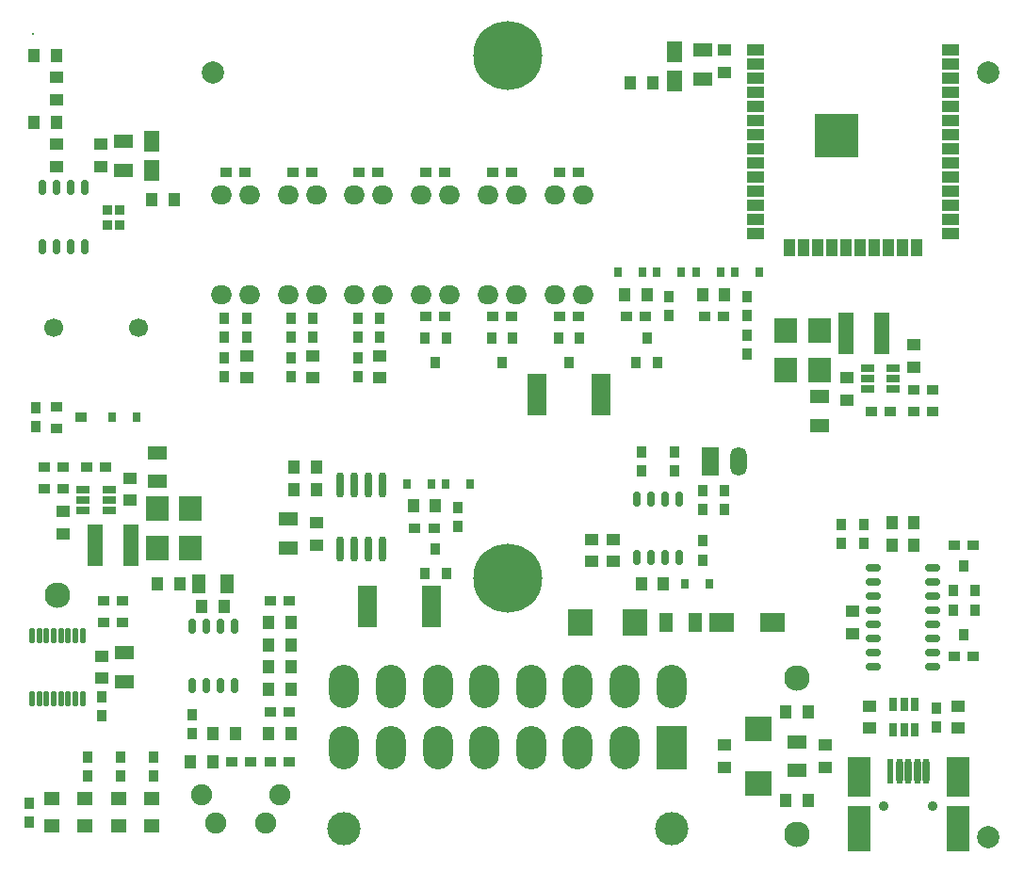
<source format=gts>
G04*
G04 #@! TF.GenerationSoftware,Altium Limited,Altium Designer,22.10.1 (41)*
G04*
G04 Layer_Color=8388736*
%FSLAX25Y25*%
%MOIN*%
G70*
G04*
G04 #@! TF.SameCoordinates,26C55208-6D98-4306-9539-90E50C8D8735*
G04*
G04*
G04 #@! TF.FilePolarity,Negative*
G04*
G01*
G75*
%ADD47R,0.03543X0.03937*%
%ADD48O,0.02756X0.09055*%
%ADD49R,0.08268X0.16142*%
%ADD50R,0.08268X0.14173*%
%ADD51R,0.02362X0.09055*%
%ADD52O,0.02362X0.09055*%
%ADD53R,0.02953X0.03740*%
%ADD54R,0.04331X0.05118*%
%ADD55R,0.05118X0.04331*%
%ADD56R,0.06890X0.05118*%
%ADD57C,0.07874*%
%ADD58R,0.03937X0.03543*%
%ADD59R,0.03543X0.04331*%
%ADD60O,0.05512X0.02756*%
%ADD61R,0.02756X0.05118*%
%ADD62R,0.09291X0.08898*%
%ADD63O,0.02756X0.05512*%
%ADD64R,0.08898X0.09291*%
%ADD65R,0.05118X0.06890*%
%ADD66R,0.09055X0.07087*%
%ADD67R,0.05118X0.02756*%
%ADD68R,0.08268X0.09055*%
%ADD69R,0.05512X0.14961*%
%ADD70R,0.04331X0.03543*%
%ADD71R,0.05315X0.04724*%
%ADD72R,0.06890X0.14882*%
%ADD73O,0.01968X0.05709*%
%ADD74R,0.06299X0.03937*%
%ADD75R,0.03937X0.06299*%
%ADD76R,0.15367X0.15367*%
%ADD77R,0.05315X0.07480*%
%ADD78O,0.07480X0.06693*%
%ADD79R,0.03347X0.03740*%
%ADD80C,0.03543*%
%ADD81C,0.09055*%
%ADD82C,0.24410*%
%ADD83C,0.01181*%
%ADD84C,0.11811*%
%ADD85O,0.10630X0.15354*%
%ADD86R,0.10630X0.15354*%
%ADD87O,0.05906X0.10236*%
%ADD88R,0.05906X0.10236*%
%ADD89C,0.06693*%
%ADD90C,0.07480*%
D47*
X10236Y151969D02*
D03*
Y158661D02*
D03*
X51968Y28543D02*
D03*
Y35236D02*
D03*
X159449Y123425D02*
D03*
Y116732D02*
D03*
X261811Y191535D02*
D03*
Y198228D02*
D03*
X234252D02*
D03*
Y191535D02*
D03*
X328740Y45866D02*
D03*
Y52559D02*
D03*
X253937Y122638D02*
D03*
Y129331D02*
D03*
X246063D02*
D03*
Y122638D02*
D03*
X236221Y136417D02*
D03*
Y143110D02*
D03*
X224410Y136417D02*
D03*
Y143110D02*
D03*
X246063Y111614D02*
D03*
Y104921D02*
D03*
X65335Y50000D02*
D03*
Y43307D02*
D03*
X7874Y18898D02*
D03*
Y12205D02*
D03*
X28346Y28543D02*
D03*
Y35236D02*
D03*
X40157Y28543D02*
D03*
Y35236D02*
D03*
X33465Y49803D02*
D03*
Y56496D02*
D03*
X131890Y190354D02*
D03*
Y183661D02*
D03*
X124016Y190354D02*
D03*
Y183661D02*
D03*
X108268Y190354D02*
D03*
Y183661D02*
D03*
X100394Y190354D02*
D03*
Y183661D02*
D03*
X124016Y176575D02*
D03*
Y169882D02*
D03*
X100394Y176575D02*
D03*
Y169882D02*
D03*
X303150Y117520D02*
D03*
Y110827D02*
D03*
X295276Y117520D02*
D03*
Y110827D02*
D03*
X261811Y184449D02*
D03*
Y177756D02*
D03*
X76772Y169882D02*
D03*
Y176575D02*
D03*
X84646Y183661D02*
D03*
Y190354D02*
D03*
X76772Y183661D02*
D03*
Y190354D02*
D03*
D48*
X132697Y131378D02*
D03*
X127697D02*
D03*
X122697D02*
D03*
X117697D02*
D03*
X132697Y108780D02*
D03*
X127697D02*
D03*
X122697D02*
D03*
X117697D02*
D03*
D49*
X336417Y9843D02*
D03*
X301378D02*
D03*
D50*
X336417Y28150D02*
D03*
X301378D02*
D03*
D51*
X312598Y30118D02*
D03*
D52*
X315748D02*
D03*
X318898D02*
D03*
X322047D02*
D03*
X325197D02*
D03*
D53*
X248425Y96457D02*
D03*
X239764D02*
D03*
X257480Y206693D02*
D03*
X266142D02*
D03*
X238583D02*
D03*
X229921D02*
D03*
X243701D02*
D03*
X252362D02*
D03*
X224803Y206693D02*
D03*
X216142D02*
D03*
X155118Y131890D02*
D03*
X163779D02*
D03*
X150000Y131890D02*
D03*
X141339D02*
D03*
X37008Y155315D02*
D03*
X45669D02*
D03*
D54*
X101575Y137795D02*
D03*
X109449D02*
D03*
Y129921D02*
D03*
X101575D02*
D03*
X151575Y124016D02*
D03*
X143701D02*
D03*
X226378Y198819D02*
D03*
X218504D02*
D03*
X246063D02*
D03*
X253937D02*
D03*
X320866Y110236D02*
D03*
X312992D02*
D03*
X275590Y19685D02*
D03*
X283465D02*
D03*
X224410Y96457D02*
D03*
X232283D02*
D03*
X68898Y88583D02*
D03*
X76772D02*
D03*
X283465Y51181D02*
D03*
X275590D02*
D03*
X92520Y59055D02*
D03*
X100394D02*
D03*
X92520Y66929D02*
D03*
X100394D02*
D03*
X92520Y74803D02*
D03*
X100394D02*
D03*
Y82677D02*
D03*
X92520D02*
D03*
X100394Y43307D02*
D03*
X92520D02*
D03*
X61024Y96457D02*
D03*
X53150D02*
D03*
X72835Y43307D02*
D03*
X80709D02*
D03*
X72835Y33465D02*
D03*
X64961D02*
D03*
X320866Y118110D02*
D03*
X312992D02*
D03*
X220472Y273622D02*
D03*
X228346D02*
D03*
X59055Y232283D02*
D03*
X51181D02*
D03*
X17457Y259842D02*
D03*
X9583D02*
D03*
X17457Y283465D02*
D03*
X9583D02*
D03*
D55*
X109449Y110236D02*
D03*
Y118110D02*
D03*
X299213Y86614D02*
D03*
Y78740D02*
D03*
X336614Y53150D02*
D03*
Y45276D02*
D03*
X305118D02*
D03*
Y53150D02*
D03*
X289370Y31496D02*
D03*
Y39370D02*
D03*
X214567Y104331D02*
D03*
Y112205D02*
D03*
X206693D02*
D03*
Y104331D02*
D03*
X43307Y125984D02*
D03*
Y133858D02*
D03*
X19685Y114173D02*
D03*
Y122047D02*
D03*
X33465Y70866D02*
D03*
Y62992D02*
D03*
X131890Y177165D02*
D03*
Y169291D02*
D03*
X108268Y177165D02*
D03*
Y169291D02*
D03*
X297244Y169291D02*
D03*
Y161417D02*
D03*
X320866Y173228D02*
D03*
Y181102D02*
D03*
X253937Y277559D02*
D03*
Y285433D02*
D03*
X17457Y251969D02*
D03*
Y244094D02*
D03*
X33205D02*
D03*
Y251969D02*
D03*
X17457Y275590D02*
D03*
Y267717D02*
D03*
X253937Y39370D02*
D03*
Y31496D02*
D03*
X84646Y169291D02*
D03*
Y177165D02*
D03*
D56*
X99606Y119291D02*
D03*
Y109055D02*
D03*
X279528Y30315D02*
D03*
Y40551D02*
D03*
X53150Y132677D02*
D03*
Y142913D02*
D03*
X41339Y72047D02*
D03*
Y61811D02*
D03*
X287402Y162598D02*
D03*
Y152362D02*
D03*
X246063Y285433D02*
D03*
Y275197D02*
D03*
X41079Y242913D02*
D03*
Y253150D02*
D03*
D57*
X72835Y277559D02*
D03*
X347244Y6693D02*
D03*
Y277559D02*
D03*
D58*
X144291Y116142D02*
D03*
X150984D02*
D03*
X225787Y190945D02*
D03*
X219094D02*
D03*
X246654Y190945D02*
D03*
X253346D02*
D03*
X341929Y70866D02*
D03*
X335236D02*
D03*
X34843Y137795D02*
D03*
X28150D02*
D03*
X12992D02*
D03*
X19685D02*
D03*
X12992Y130118D02*
D03*
X19685D02*
D03*
X34055Y82677D02*
D03*
X40748D02*
D03*
X34055Y90551D02*
D03*
X40748D02*
D03*
X99803D02*
D03*
X93110D02*
D03*
X93110Y51181D02*
D03*
X99803D02*
D03*
X99803Y33465D02*
D03*
X93110D02*
D03*
X86024D02*
D03*
X79331D02*
D03*
X202165Y190945D02*
D03*
X195472D02*
D03*
X178543D02*
D03*
X171850D02*
D03*
X154921Y190945D02*
D03*
X148228D02*
D03*
X341929Y110236D02*
D03*
X335236D02*
D03*
X327559Y165157D02*
D03*
X320866D02*
D03*
X320866Y157480D02*
D03*
X327559D02*
D03*
X312402D02*
D03*
X305709D02*
D03*
X202165Y242126D02*
D03*
X195472D02*
D03*
X178543D02*
D03*
X171850D02*
D03*
X154921Y242126D02*
D03*
X148228D02*
D03*
X124606Y242126D02*
D03*
X131299D02*
D03*
X100984D02*
D03*
X107677D02*
D03*
X77362D02*
D03*
X84055D02*
D03*
D59*
X222638Y174803D02*
D03*
X230118D02*
D03*
X226378Y183465D02*
D03*
X198819Y174803D02*
D03*
X195079Y183465D02*
D03*
X202559D02*
D03*
X175197Y174803D02*
D03*
X171457Y183465D02*
D03*
X178937D02*
D03*
X151575Y174803D02*
D03*
X147835Y183465D02*
D03*
X155315D02*
D03*
X338583Y78347D02*
D03*
X334842Y87008D02*
D03*
X342323D02*
D03*
X334842Y94095D02*
D03*
X342323D02*
D03*
X338583Y102756D02*
D03*
X147835Y100000D02*
D03*
X155315D02*
D03*
X151575Y108661D02*
D03*
D60*
X306496Y102146D02*
D03*
Y97146D02*
D03*
Y92146D02*
D03*
Y87146D02*
D03*
X327362Y102146D02*
D03*
Y97146D02*
D03*
Y92146D02*
D03*
Y87146D02*
D03*
X306496Y82146D02*
D03*
Y77146D02*
D03*
Y72146D02*
D03*
Y67146D02*
D03*
X327362Y82146D02*
D03*
Y77146D02*
D03*
Y72146D02*
D03*
Y67146D02*
D03*
D61*
X313583Y44685D02*
D03*
X317323D02*
D03*
X321063D02*
D03*
X317323Y53740D02*
D03*
X321063D02*
D03*
X313583D02*
D03*
D62*
X265748Y25787D02*
D03*
Y45079D02*
D03*
D63*
X237815Y126575D02*
D03*
X232815D02*
D03*
X227815D02*
D03*
X222815D02*
D03*
X237815Y105709D02*
D03*
X232815D02*
D03*
X227815D02*
D03*
X222815D02*
D03*
X80335Y81299D02*
D03*
X75335D02*
D03*
X70335D02*
D03*
X65335D02*
D03*
X80335Y60433D02*
D03*
X75335D02*
D03*
X70335D02*
D03*
X65335D02*
D03*
X12382Y215748D02*
D03*
X17382D02*
D03*
X22382D02*
D03*
X27382D02*
D03*
X12382Y236614D02*
D03*
X17382D02*
D03*
X22382D02*
D03*
X27382D02*
D03*
D64*
X222244Y82677D02*
D03*
X202953D02*
D03*
D65*
X243307D02*
D03*
X233071D02*
D03*
X67716Y96457D02*
D03*
X77953D02*
D03*
D66*
X252756Y82677D02*
D03*
X270866D02*
D03*
D67*
X36024Y122441D02*
D03*
Y126181D02*
D03*
Y129921D02*
D03*
X26969D02*
D03*
Y126181D02*
D03*
Y122441D02*
D03*
X304528Y172835D02*
D03*
Y169095D02*
D03*
Y165354D02*
D03*
X313583D02*
D03*
Y169095D02*
D03*
Y172835D02*
D03*
D68*
X53150Y109055D02*
D03*
Y123228D02*
D03*
X64961Y109055D02*
D03*
Y123228D02*
D03*
X275590Y172047D02*
D03*
Y186221D02*
D03*
X287402Y172047D02*
D03*
Y186221D02*
D03*
D69*
X43701Y110236D02*
D03*
X31102D02*
D03*
X309449Y185039D02*
D03*
X296850D02*
D03*
D70*
X17323Y159055D02*
D03*
Y151575D02*
D03*
X25984Y155315D02*
D03*
D71*
X51181Y20472D02*
D03*
Y10630D02*
D03*
X39370D02*
D03*
Y20472D02*
D03*
X27559D02*
D03*
Y10630D02*
D03*
X15748D02*
D03*
Y20472D02*
D03*
D72*
X210078Y163385D02*
D03*
X187598D02*
D03*
X127559Y88583D02*
D03*
X150039D02*
D03*
D73*
X8760Y55610D02*
D03*
X11319D02*
D03*
X13878D02*
D03*
X16437D02*
D03*
X18996D02*
D03*
X21555D02*
D03*
X24114D02*
D03*
X26673D02*
D03*
X8760Y78248D02*
D03*
X11319D02*
D03*
X13878D02*
D03*
X16437D02*
D03*
X18996D02*
D03*
X21555D02*
D03*
X24114D02*
D03*
X26673D02*
D03*
D74*
X264764Y250433D02*
D03*
Y255433D02*
D03*
Y260433D02*
D03*
Y265433D02*
D03*
Y285433D02*
D03*
Y280433D02*
D03*
Y275433D02*
D03*
Y270433D02*
D03*
Y220433D02*
D03*
Y225433D02*
D03*
Y230433D02*
D03*
Y235433D02*
D03*
Y240433D02*
D03*
Y245433D02*
D03*
X333661Y220433D02*
D03*
Y225433D02*
D03*
Y230433D02*
D03*
Y235433D02*
D03*
Y240433D02*
D03*
Y245433D02*
D03*
Y250433D02*
D03*
Y255433D02*
D03*
Y260433D02*
D03*
Y265433D02*
D03*
Y270433D02*
D03*
Y275433D02*
D03*
Y280433D02*
D03*
Y285433D02*
D03*
D75*
X276713Y215512D02*
D03*
X281713D02*
D03*
X286713D02*
D03*
X291713D02*
D03*
X316713D02*
D03*
X296713D02*
D03*
X321713D02*
D03*
X306713D02*
D03*
X301713D02*
D03*
X311713D02*
D03*
D76*
X293307Y255039D02*
D03*
D77*
X236221Y284646D02*
D03*
Y274409D02*
D03*
X51181Y253150D02*
D03*
Y242913D02*
D03*
D78*
X193819Y198819D02*
D03*
X203819D02*
D03*
X193819Y234252D02*
D03*
X203819D02*
D03*
X170197Y198819D02*
D03*
X180197D02*
D03*
X170197Y234252D02*
D03*
X180197D02*
D03*
X146575Y198819D02*
D03*
X156575D02*
D03*
X146575Y234252D02*
D03*
X156575D02*
D03*
X132953Y234252D02*
D03*
X122953D02*
D03*
X132953Y198819D02*
D03*
X122953D02*
D03*
X109331Y234252D02*
D03*
X99331D02*
D03*
X109331Y198819D02*
D03*
X99331D02*
D03*
X85709Y234252D02*
D03*
X75709D02*
D03*
X85709Y198819D02*
D03*
X75709D02*
D03*
D79*
X35531Y223524D02*
D03*
Y228839D02*
D03*
X39665Y223524D02*
D03*
Y228839D02*
D03*
D80*
X327559Y17717D02*
D03*
X310236D02*
D03*
D81*
X17717Y92520D02*
D03*
X279528Y62992D02*
D03*
Y7874D02*
D03*
D82*
X177165Y98425D02*
D03*
Y283465D02*
D03*
D83*
X9252Y291142D02*
D03*
D84*
X235039Y9843D02*
D03*
X119291D02*
D03*
D85*
X235039Y60236D02*
D03*
X218504D02*
D03*
X201969D02*
D03*
X185433D02*
D03*
X168898D02*
D03*
X152362D02*
D03*
X135827D02*
D03*
X119291D02*
D03*
X218504Y38583D02*
D03*
X201969D02*
D03*
X185433D02*
D03*
X168898D02*
D03*
X152362D02*
D03*
X135827D02*
D03*
X119291D02*
D03*
D86*
X235039D02*
D03*
D87*
X258937Y139764D02*
D03*
D88*
X248937D02*
D03*
D89*
X16535Y187008D02*
D03*
X46457D02*
D03*
D90*
X91535Y11811D02*
D03*
X73819D02*
D03*
X96457Y21654D02*
D03*
X68898D02*
D03*
M02*

</source>
